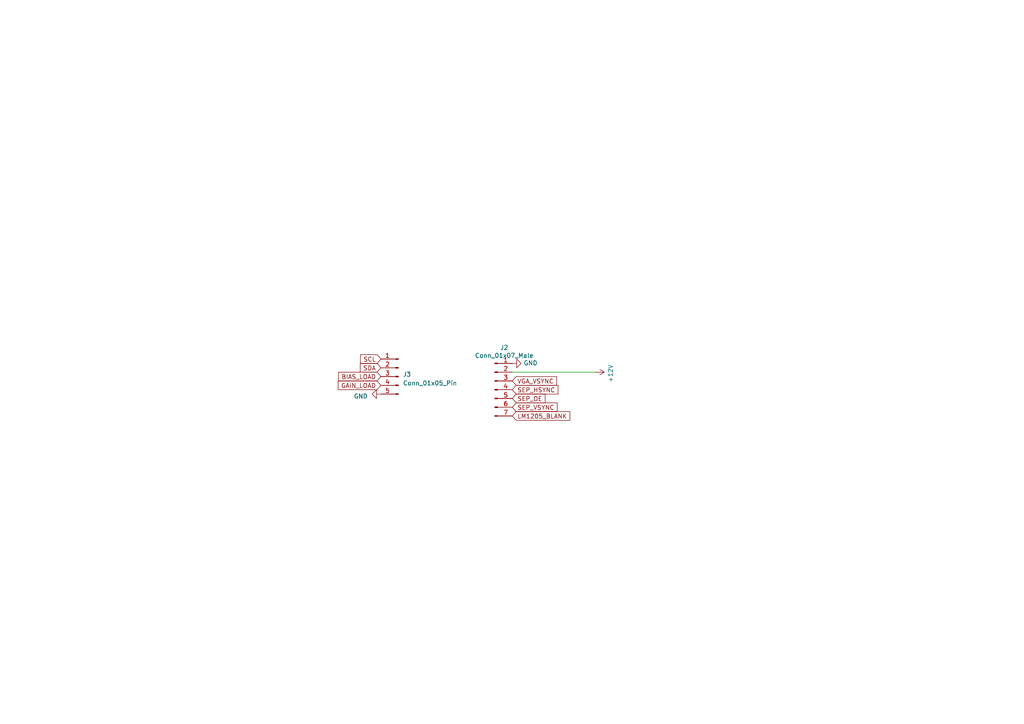
<source format=kicad_sch>
(kicad_sch (version 20250114) (generator "eeschema") (generator_version "9.0")
  (paper "A4")
  (lib_symbols
    (symbol "Connector:Conn_01x05_Pin" (pin_names (offset 1.016) (hide yes))
      (property "Reference" "J" (at 0 7.62 0))
      (property "Value" "Conn_01x05_Pin" (at 0 -7.62 0))
      (symbol "Conn_01x05_Pin_1_1"
        (rectangle (start 0.8636 5.207) (end 0 4.953) (stroke (width 0.1524)) (fill (type outline)))
        (rectangle (start 0.8636 2.667) (end 0 2.413) (stroke (width 0.1524)) (fill (type outline)))
        (rectangle (start 0.8636 0.127) (end 0 -0.127) (stroke (width 0.1524)) (fill (type outline)))
        (rectangle (start 0.8636 -2.413) (end 0 -2.667) (stroke (width 0.1524)) (fill (type outline)))
        (rectangle (start 0.8636 -4.953) (end 0 -5.207) (stroke (width 0.1524)) (fill (type outline)))
        (polyline (pts (xy 1.27 5.08) (xy 0.8636 5.08)) (stroke (width 0.1524)))
        (polyline (pts (xy 1.27 2.54) (xy 0.8636 2.54)) (stroke (width 0.1524)))
        (polyline (pts (xy 1.27 0) (xy 0.8636 0)) (stroke (width 0.1524)))
        (polyline (pts (xy 1.27 -2.54) (xy 0.8636 -2.54)) (stroke (width 0.1524)))
        (polyline (pts (xy 1.27 -5.08) (xy 0.8636 -5.08)) (stroke (width 0.1524)))
        (pin passive line (at 5.08 5.08 180) (length 3.81) (name "Pin_1") (number "1"))
        (pin passive line (at 5.08 2.54 180) (length 3.81) (name "Pin_2") (number "2"))
        (pin passive line (at 5.08 0 180) (length 3.81) (name "Pin_3") (number "3"))
        (pin passive line (at 5.08 -2.54 180) (length 3.81) (name "Pin_4") (number "4"))
        (pin passive line (at 5.08 -5.08 180) (length 3.81) (name "Pin_5") (number "5"))
      )
    )
    (symbol "Connector:Conn_01x07_Pin" (pin_names (offset 1.016) (hide yes))
      (property "Reference" "J" (at 0 10.16 0))
      (property "Value" "Conn_01x07_Pin" (at 0 -10.16 0))
      (symbol "Conn_01x07_Pin_1_1"
        (rectangle (start 0.8636 7.747) (end 0 7.493) (stroke (width 0.1524)) (fill (type outline)))
        (rectangle (start 0.8636 5.207) (end 0 4.953) (stroke (width 0.1524)) (fill (type outline)))
        (rectangle (start 0.8636 2.667) (end 0 2.413) (stroke (width 0.1524)) (fill (type outline)))
        (rectangle (start 0.8636 0.127) (end 0 -0.127) (stroke (width 0.1524)) (fill (type outline)))
        (rectangle (start 0.8636 -2.413) (end 0 -2.667) (stroke (width 0.1524)) (fill (type outline)))
        (rectangle (start 0.8636 -4.953) (end 0 -5.207) (stroke (width 0.1524)) (fill (type outline)))
        (rectangle (start 0.8636 -7.493) (end 0 -7.747) (stroke (width 0.1524)) (fill (type outline)))
        (polyline (pts (xy 1.27 7.62) (xy 0.8636 7.62)) (stroke (width 0.1524)))
        (polyline (pts (xy 1.27 5.08) (xy 0.8636 5.08)) (stroke (width 0.1524)))
        (polyline (pts (xy 1.27 2.54) (xy 0.8636 2.54)) (stroke (width 0.1524)))
        (polyline (pts (xy 1.27 0) (xy 0.8636 0)) (stroke (width 0.1524)))
        (polyline (pts (xy 1.27 -2.54) (xy 0.8636 -2.54)) (stroke (width 0.1524)))
        (polyline (pts (xy 1.27 -5.08) (xy 0.8636 -5.08)) (stroke (width 0.1524)))
        (polyline (pts (xy 1.27 -7.62) (xy 0.8636 -7.62)) (stroke (width 0.1524)))
        (pin passive line (at 5.08 7.62 180) (length 3.81) (name "Pin_1") (number "1"))
        (pin passive line (at 5.08 5.08 180) (length 3.81) (name "Pin_2") (number "2"))
        (pin passive line (at 5.08 2.54 180) (length 3.81) (name "Pin_3") (number "3"))
        (pin passive line (at 5.08 0 180) (length 3.81) (name "Pin_4") (number "4"))
        (pin passive line (at 5.08 -2.54 180) (length 3.81) (name "Pin_5") (number "5"))
        (pin passive line (at 5.08 -5.08 180) (length 3.81) (name "Pin_6") (number "6"))
        (pin passive line (at 5.08 -7.62 180) (length 3.81) (name "Pin_7") (number "7"))
      )
    )
    (symbol "power:+12V" (power) (pin_names (offset 0))
      (property "Value" "+12V" (at 0 3.556 0))
      (symbol "+12V_0_1"
        (polyline (pts (xy -0.762 1.27) (xy 0 2.54)))
        (polyline (pts (xy 0 2.54) (xy 0.762 1.27)))
        (polyline (pts (xy 0 0) (xy 0 2.54)))
      )
      (symbol "+12V_1_1"
        (pin power_in line (at 0 0 90) (length 0) (hide yes) (name "+12V") (number "1"))
      )
    )
    (symbol "power:GND" (power) (pin_names (offset 0))
      (property "Value" "GND" (at 0 -3.81 0))
      (symbol "GND_0_1"
        (polyline (pts (xy 0 0) (xy 0 -1.27) (xy 1.27 -1.27) (xy 0 -2.54) (xy -1.27 -1.27) (xy 0 -1.27)))
      )
      (symbol "GND_1_1"
        (pin power_in line (at 0 0 270) (length 0) (hide yes) (name "GND") (number "1"))
      )
    )
  )
  (wire (pts (xy 148.59 107.95) (xy 172.72 107.95)))
  (global_label "SEP_OE" (shape input) (at 148.59 115.57 0) (property "Intersheetrefs" "${INTERSHEET_REFS}" (effects (hide yes))))
  (global_label "VGA_VSYNC" (shape input) (at 148.59 110.49 0) (property "Intersheetrefs" "${INTERSHEET_REFS}" (effects (hide yes))))
  (global_label "SEP_HSYNC" (shape input) (at 148.59 113.03 0) (property "Intersheetrefs" "${INTERSHEET_REFS}" (effects (hide yes))))
  (global_label "SCL" (shape input) (at 110.49 104.14 180) (property "Intersheetrefs" "${INTERSHEET_REFS}" (effects (hide yes))))
  (global_label "BIAS_LOAD" (shape input) (at 110.49 109.22 180) (property "Intersheetrefs" "${INTERSHEET_REFS}" (effects (hide yes))))
  (global_label "GAIN_LOAD" (shape input) (at 110.49 111.76 180) (property "Intersheetrefs" "${INTERSHEET_REFS}" (effects (hide yes))))
  (global_label "SDA" (shape input) (at 110.49 106.68 180) (property "Intersheetrefs" "${INTERSHEET_REFS}" (effects (hide yes))))
  (global_label "LM1205_BLANK" (shape input) (at 148.59 120.65 0) (property "Intersheetrefs" "${INTERSHEET_REFS}" (effects (hide yes))))
  (global_label "SEP_VSYNC" (shape input) (at 148.59 118.11 0) (property "Intersheetrefs" "${INTERSHEET_REFS}" (effects (hide yes))))
  (symbol (lib_id "power:GND") (at 148.59 105.41 90) (unit 1)
    (property "Reference" "#PWR09" (effects (hide yes)))
    (property "Value" "GND" (at 151.8412 105.283 90) (effects (justify right)))
    (instances (project "td-rgbinput-lm1205" (path "" (reference "#PWR023") (unit 1))) (project "td-deflect" (path "" (reference "#PWR09") (unit 1))))
  )
  (symbol (lib_id "power:+12V") (at 172.72 107.95 270) (unit 1)
    (property "Reference" "#PWR011" (effects (hide yes)))
    (property "Value" "+12V" (at 177.1142 108.331 0))
    (instances (project "td-rgbinput-lm1205" (path "" (reference "#PWR024") (unit 1))) (project "td-deflect" (path "" (reference "#PWR011") (unit 1))))
  )
  (symbol (lib_id "Connector:Conn_01x05_Pin") (at 115.57 109.22 0) (mirror y) (unit 1)
    (property "Reference" "J1" (at 116.84 108.585 0) (effects (justify right)))
    (property "Value" "Conn_01x05_Pin" (at 116.84 111.125 0) (effects (justify right)))
    (property "Footprint" "Connector_JST:JST_XH_B5B-XH-A_1x05_P2.50mm_Vertical" (effects (hide yes)))
    (property "Digikey" "455-B5B-XH-A-ND" (effects (hide yes)))
    (instances (project "td-rgbinput-lm1205" (path "" (reference "J3") (unit 1))) (project "td-deflect" (path "" (reference "J1") (unit 1))))
  )
  (symbol (lib_id "power:GND") (at 110.49 114.3 270) (unit 1)
    (property "Reference" "#PWR08" (effects (hide yes)))
    (property "Value" "GND" (at 106.68 114.935 90) (effects (justify right)))
    (instances (project "td-rgbinput-lm1205" (path "" (reference "#PWR06") (unit 1))) (project "td-deflect" (path "" (reference "#PWR08") (unit 1))))
  )
  (symbol (lib_id "Connector:Conn_01x07_Pin") (at 143.51 113.03 0) (unit 1)
    (property "Reference" "J5" (at 146.2532 100.8126 0))
    (property "Value" "Conn_01x07_Male" (at 146.2532 103.124 0))
    (property "Footprint" "Connector_JST:JST_XH_B7B-XH-A_1x07_P2.50mm_Vertical" (effects (hide yes)))
    (property "Digikey" "1175-51025-07-0100-01-ND" (effects (hide yes)))
    (instances (project "td-rgbinput-lm1205" (path "" (reference "J2") (unit 1))) (project "td-deflect" (path "" (reference "J5") (unit 1))))
  )
)
</source>
